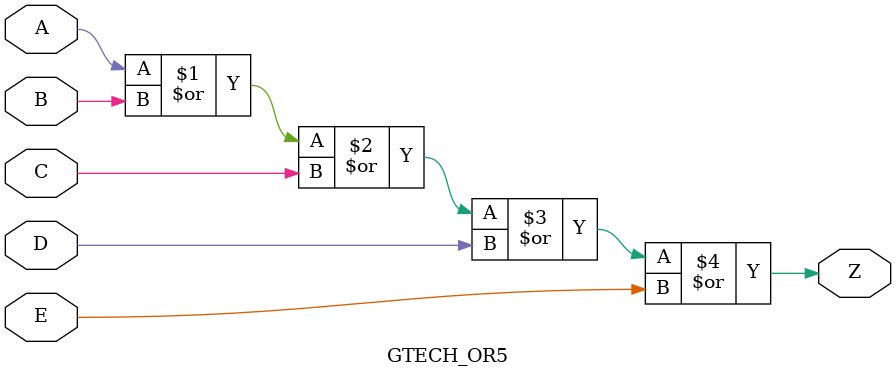
<source format=v>



module GTECH_OR5 (A, B, C, D, E, Z);  
	input A, B, C, D, E;
	output Z;

	assign Z = A | B | C | D | E;
endmodule




</source>
